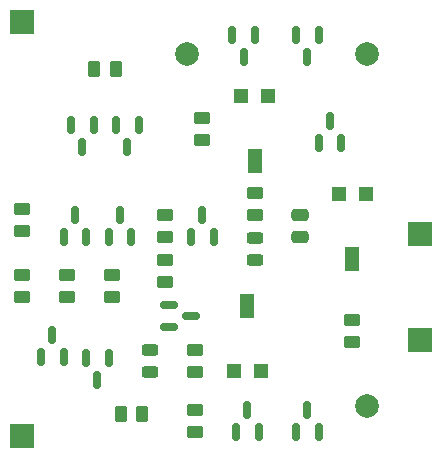
<source format=gbr>
%TF.GenerationSoftware,KiCad,Pcbnew,8.0.0*%
%TF.CreationDate,2024-12-08T17:21:19+02:00*%
%TF.ProjectId,Proiect1,50726f69-6563-4743-912e-6b696361645f,rev?*%
%TF.SameCoordinates,PX3aa6a60PY6dac2c0*%
%TF.FileFunction,Soldermask,Top*%
%TF.FilePolarity,Negative*%
%FSLAX46Y46*%
G04 Gerber Fmt 4.6, Leading zero omitted, Abs format (unit mm)*
G04 Created by KiCad (PCBNEW 8.0.0) date 2024-12-08 17:21:19*
%MOMM*%
%LPD*%
G01*
G04 APERTURE LIST*
G04 Aperture macros list*
%AMRoundRect*
0 Rectangle with rounded corners*
0 $1 Rounding radius*
0 $2 $3 $4 $5 $6 $7 $8 $9 X,Y pos of 4 corners*
0 Add a 4 corners polygon primitive as box body*
4,1,4,$2,$3,$4,$5,$6,$7,$8,$9,$2,$3,0*
0 Add four circle primitives for the rounded corners*
1,1,$1+$1,$2,$3*
1,1,$1+$1,$4,$5*
1,1,$1+$1,$6,$7*
1,1,$1+$1,$8,$9*
0 Add four rect primitives between the rounded corners*
20,1,$1+$1,$2,$3,$4,$5,0*
20,1,$1+$1,$4,$5,$6,$7,0*
20,1,$1+$1,$6,$7,$8,$9,0*
20,1,$1+$1,$8,$9,$2,$3,0*%
G04 Aperture macros list end*
%ADD10RoundRect,0.150000X0.150000X-0.587500X0.150000X0.587500X-0.150000X0.587500X-0.150000X-0.587500X0*%
%ADD11C,2.000000*%
%ADD12RoundRect,0.150000X-0.150000X0.587500X-0.150000X-0.587500X0.150000X-0.587500X0.150000X0.587500X0*%
%ADD13R,2.000000X2.000000*%
%ADD14RoundRect,0.250000X0.450000X-0.262500X0.450000X0.262500X-0.450000X0.262500X-0.450000X-0.262500X0*%
%ADD15RoundRect,0.250000X-0.262500X-0.450000X0.262500X-0.450000X0.262500X0.450000X-0.262500X0.450000X0*%
%ADD16RoundRect,0.250000X-0.450000X0.262500X-0.450000X-0.262500X0.450000X-0.262500X0.450000X0.262500X0*%
%ADD17RoundRect,0.150000X-0.587500X-0.150000X0.587500X-0.150000X0.587500X0.150000X-0.587500X0.150000X0*%
%ADD18R,1.300000X1.300000*%
%ADD19R,1.300000X2.000000*%
%ADD20RoundRect,0.250000X-0.475000X0.250000X-0.475000X-0.250000X0.475000X-0.250000X0.475000X0.250000X0*%
%ADD21RoundRect,0.243750X0.456250X-0.243750X0.456250X0.243750X-0.456250X0.243750X-0.456250X-0.243750X0*%
%ADD22RoundRect,0.243750X-0.456250X0.243750X-0.456250X-0.243750X0.456250X-0.243750X0.456250X0.243750X0*%
G04 APERTURE END LIST*
D10*
%TO.C,Q4*%
X16830000Y19382500D03*
X18730000Y19382500D03*
X17780000Y21257500D03*
%TD*%
%TO.C,Q6*%
X25720000Y2872500D03*
X27620000Y2872500D03*
X26670000Y4747500D03*
%TD*%
D11*
%TO.C,FID2*%
X31750000Y34925000D03*
%TD*%
%TO.C,FID1*%
X16510000Y34925000D03*
%TD*%
D12*
%TO.C,Q12*%
X12380000Y28877500D03*
X10480000Y28877500D03*
X11430000Y27002500D03*
%TD*%
D13*
%TO.C,J2*%
X36195000Y10668000D03*
%TD*%
D12*
%TO.C,Q11*%
X9840000Y9192500D03*
X7940000Y9192500D03*
X8890000Y7317500D03*
%TD*%
D14*
%TO.C,R4*%
X17145000Y2897500D03*
X17145000Y4722500D03*
%TD*%
D13*
%TO.C,J3*%
X2540000Y2540000D03*
%TD*%
D15*
%TO.C,R9*%
X10875000Y4445000D03*
X12700000Y4445000D03*
%TD*%
D12*
%TO.C,Q2*%
X22225000Y36497500D03*
X20325000Y36497500D03*
X21275000Y34622500D03*
%TD*%
D16*
%TO.C,R2*%
X17780000Y29487500D03*
X17780000Y27662500D03*
%TD*%
D10*
%TO.C,Q1*%
X27625000Y27335000D03*
X29525000Y27335000D03*
X28575000Y29210000D03*
%TD*%
D14*
%TO.C,R8*%
X6350000Y14327500D03*
X6350000Y16152500D03*
%TD*%
D15*
%TO.C,R10*%
X8612500Y33655000D03*
X10437500Y33655000D03*
%TD*%
D10*
%TO.C,Q10*%
X4130000Y9222500D03*
X6030000Y9222500D03*
X5080000Y11097500D03*
%TD*%
D13*
%TO.C,J1*%
X36195000Y19685000D03*
%TD*%
D17*
%TO.C,Q5*%
X14937500Y13650000D03*
X14937500Y11750000D03*
X16812500Y12700000D03*
%TD*%
D14*
%TO.C,R5*%
X14605000Y19407500D03*
X14605000Y21232500D03*
%TD*%
D10*
%TO.C,Q9*%
X6035000Y19382500D03*
X7935000Y19382500D03*
X6985000Y21257500D03*
%TD*%
D12*
%TO.C,Q3*%
X27620000Y36497500D03*
X25720000Y36497500D03*
X26670000Y34622500D03*
%TD*%
D16*
%TO.C,R11*%
X2540000Y16152500D03*
X2540000Y14327500D03*
%TD*%
%TO.C,R1*%
X22225000Y23137500D03*
X22225000Y21312500D03*
%TD*%
D11*
%TO.C,FID3*%
X31750000Y5080000D03*
%TD*%
D12*
%TO.C,Q13*%
X8570000Y28877500D03*
X6670000Y28877500D03*
X7620000Y27002500D03*
%TD*%
D18*
%TO.C,RV1*%
X29330000Y23070000D03*
D19*
X30480000Y17570000D03*
D18*
X31630000Y23070000D03*
%TD*%
D16*
%TO.C,Rload1*%
X30480000Y12342500D03*
X30480000Y10517500D03*
%TD*%
D18*
%TO.C,RV2*%
X21075000Y31325000D03*
D19*
X22225000Y25825000D03*
D18*
X23375000Y31325000D03*
%TD*%
D16*
%TO.C,R7*%
X10160000Y16152500D03*
X10160000Y14327500D03*
%TD*%
D20*
%TO.C,C1*%
X26035000Y21270000D03*
X26035000Y19370000D03*
%TD*%
D16*
%TO.C,R6*%
X14605000Y17422500D03*
X14605000Y15597500D03*
%TD*%
D10*
%TO.C,Q7*%
X20640000Y2872500D03*
X22540000Y2872500D03*
X21590000Y4747500D03*
%TD*%
D16*
%TO.C,R3*%
X17145000Y9802500D03*
X17145000Y7977500D03*
%TD*%
D21*
%TO.C,D1*%
X22225000Y17477500D03*
X22225000Y19352500D03*
%TD*%
D10*
%TO.C,Q8*%
X9845000Y19382500D03*
X11745000Y19382500D03*
X10795000Y21257500D03*
%TD*%
D18*
%TO.C,RV3*%
X22740000Y8045000D03*
D19*
X21590000Y13545000D03*
D18*
X20440000Y8045000D03*
%TD*%
D22*
%TO.C,D2*%
X13335000Y9827500D03*
X13335000Y7952500D03*
%TD*%
D13*
%TO.C,J4*%
X2540000Y37592000D03*
%TD*%
D16*
%TO.C,R12*%
X2540000Y21740500D03*
X2540000Y19915500D03*
%TD*%
M02*

</source>
